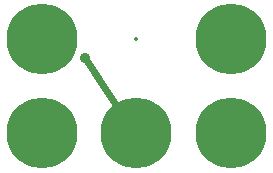
<source format=gbl>
%TF.GenerationSoftware,KiCad,Pcbnew,4.0.5-e0-6337~49~ubuntu16.04.1*%
%TF.CreationDate,2017-07-08T22:41:08-07:00*%
%TF.ProjectId,2x3-RGB-LED-NeoPixel-SMT,3278332D5247422D4C45442D4E656F50,1.0*%
%TF.FileFunction,Copper,L2,Bot,Signal*%
%FSLAX46Y46*%
G04 Gerber Fmt 4.6, Leading zero omitted, Abs format (unit mm)*
G04 Created by KiCad (PCBNEW 4.0.5-e0-6337~49~ubuntu16.04.1) date Sat Jul  8 22:41:08 2017*
%MOMM*%
%LPD*%
G01*
G04 APERTURE LIST*
%ADD10C,0.350000*%
%ADD11C,0.600000*%
%ADD12C,6.000000*%
%ADD13C,0.914400*%
%ADD14C,0.350000*%
G04 APERTURE END LIST*
D10*
D11*
X22000000Y-41325000D02*
X17775000Y-34875000D01*
D12*
X14100000Y-41300000D03*
X14100000Y-33300000D03*
X22100000Y-41300000D03*
X30100000Y-33300000D03*
X30100000Y-41300000D03*
D13*
X17750000Y-34900000D03*
D14*
X14100000Y-41300000D03*
X14100000Y-33300000D03*
X22100000Y-41300000D03*
X22100000Y-33300000D03*
X30100000Y-33300000D03*
X30100000Y-41300000D03*
X17750000Y-34900000D03*
M02*

</source>
